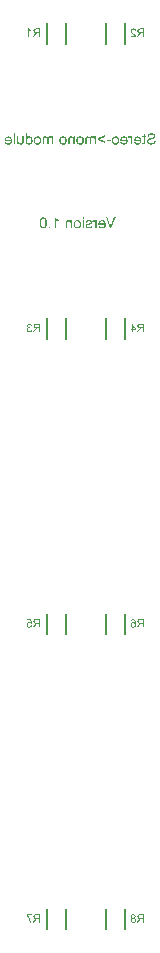
<source format=gbo>
%FSLAX33Y33*%
%MOMM*%
%ADD10C,0.15*%
D10*
%LNbottom silkscreen_traces*%
%LNbottom silkscreen component 6f1e0c6a26414b7d*%
G01*
X9700Y36635D02*
X9700Y38365D01*
X11300Y36635D02*
X11300Y38365D01*
G36*
X12911Y37200D02*
X12911Y37916D01*
X12594Y37916D01*
X12549Y37915D01*
X12509Y37911D01*
X12476Y37905D01*
X12448Y37897D01*
X12424Y37885D01*
X12403Y37870D01*
X12385Y37851D01*
X12369Y37828D01*
X12356Y37803D01*
X12346Y37777D01*
X12341Y37749D01*
X12339Y37721D01*
X12342Y37684D01*
X12351Y37650D01*
X12367Y37620D01*
X12388Y37592D01*
X12416Y37568D01*
X12451Y37549D01*
X12492Y37535D01*
X12516Y37530D01*
X12531Y37607D01*
X12511Y37613D01*
X12494Y37621D01*
X12479Y37631D01*
X12466Y37643D01*
X12455Y37656D01*
X12447Y37671D01*
X12441Y37687D01*
X12438Y37703D01*
X12436Y37721D01*
X12439Y37745D01*
X12446Y37767D01*
X12457Y37787D01*
X12473Y37804D01*
X12494Y37818D01*
X12521Y37829D01*
X12553Y37835D01*
X12590Y37837D01*
X12816Y37837D01*
X12816Y37600D01*
X12816Y37600D01*
X12613Y37600D01*
X12582Y37601D01*
X12555Y37603D01*
X12531Y37607D01*
X12516Y37530D01*
X12540Y37526D01*
X12523Y37517D01*
X12507Y37508D01*
X12494Y37499D01*
X12483Y37490D01*
X12463Y37470D01*
X12443Y37447D01*
X12424Y37422D01*
X12405Y37395D01*
X12280Y37200D01*
X12399Y37200D01*
X12494Y37349D01*
X12514Y37379D01*
X12532Y37406D01*
X12548Y37429D01*
X12562Y37448D01*
X12575Y37463D01*
X12588Y37477D01*
X12600Y37487D01*
X12610Y37495D01*
X12621Y37502D01*
X12632Y37507D01*
X12643Y37511D01*
X12654Y37514D01*
X12663Y37516D01*
X12675Y37517D01*
X12689Y37518D01*
X12706Y37518D01*
X12816Y37518D01*
X12816Y37200D01*
X12911Y37200D01*
X12911Y37200D01*
X11770Y37741D02*
X11857Y37734D01*
X11864Y37758D01*
X11871Y37778D01*
X11880Y37795D01*
X11891Y37809D01*
X11909Y37825D01*
X11930Y37837D01*
X11953Y37844D01*
X11978Y37846D01*
X11999Y37845D01*
X12018Y37841D01*
X12036Y37833D01*
X12052Y37823D01*
X12072Y37806D01*
X12089Y37786D01*
X12105Y37762D01*
X12118Y37735D01*
X12128Y37703D01*
X12136Y37664D01*
X12141Y37620D01*
X12142Y37569D01*
X12096Y37533D01*
X12105Y37521D01*
X12118Y37495D01*
X12126Y37465D01*
X12129Y37432D01*
X12129Y37432D01*
X12128Y37409D01*
X12124Y37387D01*
X12118Y37366D01*
X12110Y37345D01*
X12099Y37326D01*
X12086Y37308D01*
X12072Y37294D01*
X12056Y37282D01*
X12038Y37272D01*
X12020Y37265D01*
X12002Y37261D01*
X11983Y37260D01*
X11956Y37263D01*
X11931Y37271D01*
X11908Y37285D01*
X11887Y37305D01*
X11870Y37329D01*
X11857Y37358D01*
X11850Y37390D01*
X11847Y37427D01*
X11850Y37462D01*
X11857Y37493D01*
X11869Y37521D01*
X11887Y37544D01*
X11908Y37563D01*
X11931Y37576D01*
X11957Y37584D01*
X11986Y37587D01*
X12015Y37584D01*
X12041Y37576D01*
X12065Y37563D01*
X12087Y37544D01*
X12096Y37533D01*
X12142Y37569D01*
X12126Y37592D01*
X12107Y37611D01*
X12087Y37628D01*
X12065Y37641D01*
X12042Y37651D01*
X12018Y37658D01*
X11994Y37663D01*
X11969Y37664D01*
X11926Y37660D01*
X11887Y37648D01*
X11851Y37628D01*
X11819Y37600D01*
X11792Y37565D01*
X11773Y37526D01*
X11761Y37481D01*
X11757Y37432D01*
X11759Y37399D01*
X11764Y37367D01*
X11774Y37337D01*
X11786Y37307D01*
X11802Y37280D01*
X11821Y37256D01*
X11842Y37236D01*
X11866Y37219D01*
X11892Y37205D01*
X11920Y37195D01*
X11950Y37190D01*
X11981Y37188D01*
X12034Y37193D01*
X12081Y37208D01*
X12123Y37233D01*
X12161Y37269D01*
X12191Y37316D01*
X12213Y37376D01*
X12226Y37449D01*
X12230Y37535D01*
X12225Y37632D01*
X12211Y37714D01*
X12187Y37783D01*
X12153Y37837D01*
X12117Y37873D01*
X12075Y37898D01*
X12027Y37914D01*
X11973Y37919D01*
X11933Y37916D01*
X11896Y37907D01*
X11863Y37892D01*
X11835Y37871D01*
X11810Y37845D01*
X11791Y37815D01*
X11778Y37780D01*
X11770Y37741D01*
X11770Y37741D01*
G37*
%LNbottom silkscreen component bc51556ce41564e0*%
X4700Y61635D02*
X4700Y63365D01*
X6300Y61635D02*
X6300Y63365D01*
G36*
X4111Y62200D02*
X4111Y62916D01*
X3794Y62916D01*
X3749Y62915D01*
X3709Y62911D01*
X3676Y62905D01*
X3648Y62897D01*
X3624Y62885D01*
X3603Y62870D01*
X3585Y62851D01*
X3569Y62828D01*
X3556Y62803D01*
X3546Y62777D01*
X3541Y62749D01*
X3539Y62721D01*
X3542Y62684D01*
X3551Y62650D01*
X3567Y62620D01*
X3588Y62592D01*
X3616Y62568D01*
X3651Y62549D01*
X3692Y62535D01*
X3716Y62530D01*
X3731Y62607D01*
X3711Y62613D01*
X3694Y62621D01*
X3679Y62631D01*
X3666Y62643D01*
X3655Y62656D01*
X3647Y62671D01*
X3641Y62687D01*
X3638Y62703D01*
X3636Y62721D01*
X3639Y62745D01*
X3646Y62767D01*
X3657Y62787D01*
X3673Y62804D01*
X3694Y62818D01*
X3721Y62829D01*
X3753Y62835D01*
X3790Y62837D01*
X4016Y62837D01*
X4016Y62600D01*
X4016Y62600D01*
X3813Y62600D01*
X3782Y62601D01*
X3755Y62603D01*
X3731Y62607D01*
X3716Y62530D01*
X3740Y62526D01*
X3723Y62517D01*
X3707Y62508D01*
X3694Y62499D01*
X3683Y62490D01*
X3663Y62470D01*
X3643Y62447D01*
X3624Y62422D01*
X3605Y62395D01*
X3480Y62200D01*
X3599Y62200D01*
X3694Y62349D01*
X3714Y62379D01*
X3732Y62406D01*
X3748Y62429D01*
X3762Y62448D01*
X3775Y62463D01*
X3788Y62477D01*
X3800Y62487D01*
X3810Y62495D01*
X3821Y62502D01*
X3832Y62507D01*
X3843Y62511D01*
X3854Y62514D01*
X3863Y62516D01*
X3875Y62517D01*
X3889Y62518D01*
X3906Y62518D01*
X4016Y62518D01*
X4016Y62200D01*
X4111Y62200D01*
X4111Y62200D01*
X3425Y62389D02*
X3338Y62401D01*
X3329Y62366D01*
X3317Y62336D01*
X3303Y62312D01*
X3286Y62293D01*
X3267Y62279D01*
X3246Y62268D01*
X3223Y62262D01*
X3197Y62260D01*
X3168Y62263D01*
X3140Y62271D01*
X3115Y62284D01*
X3093Y62303D01*
X3074Y62326D01*
X3061Y62351D01*
X3053Y62379D01*
X3050Y62409D01*
X3052Y62438D01*
X3060Y62465D01*
X3072Y62488D01*
X3090Y62509D01*
X3111Y62527D01*
X3134Y62539D01*
X3161Y62546D01*
X3190Y62549D01*
X3203Y62548D01*
X3218Y62546D01*
X3234Y62543D01*
X3252Y62539D01*
X3242Y62616D01*
X3238Y62616D01*
X3234Y62615D01*
X3231Y62615D01*
X3228Y62615D01*
X3201Y62617D01*
X3175Y62622D01*
X3150Y62632D01*
X3127Y62644D01*
X3107Y62661D01*
X3093Y62682D01*
X3085Y62706D01*
X3082Y62735D01*
X3084Y62758D01*
X3090Y62779D01*
X3101Y62798D01*
X3115Y62815D01*
X3132Y62829D01*
X3152Y62839D01*
X3175Y62844D01*
X3199Y62846D01*
X3224Y62844D01*
X3246Y62838D01*
X3267Y62828D01*
X3285Y62814D01*
X3300Y62796D01*
X3313Y62774D01*
X3322Y62748D01*
X3329Y62718D01*
X3417Y62733D01*
X3406Y62775D01*
X3390Y62812D01*
X3369Y62843D01*
X3343Y62870D01*
X3313Y62891D01*
X3279Y62907D01*
X3242Y62916D01*
X3201Y62919D01*
X3173Y62917D01*
X3145Y62912D01*
X3119Y62905D01*
X3093Y62894D01*
X3070Y62880D01*
X3050Y62864D01*
X3033Y62846D01*
X3018Y62825D01*
X3007Y62803D01*
X2998Y62780D01*
X2994Y62757D01*
X2992Y62733D01*
X2993Y62710D01*
X2998Y62688D01*
X3006Y62668D01*
X3017Y62648D01*
X3031Y62630D01*
X3048Y62614D01*
X3068Y62600D01*
X3091Y62588D01*
X3061Y62578D01*
X3034Y62565D01*
X3011Y62548D01*
X2992Y62527D01*
X2977Y62502D01*
X2966Y62475D01*
X2959Y62445D01*
X2957Y62411D01*
X2961Y62366D01*
X2974Y62325D01*
X2995Y62287D01*
X3025Y62252D01*
X3062Y62224D01*
X3102Y62204D01*
X3148Y62191D01*
X3198Y62187D01*
X3243Y62191D01*
X3284Y62201D01*
X3321Y62219D01*
X3354Y62243D01*
X3382Y62274D01*
X3403Y62308D01*
X3418Y62346D01*
X3425Y62389D01*
X3425Y62389D01*
G37*
%LNbottom silkscreen component 7abbdc99b1714215*%
X9700Y11635D02*
X9700Y13365D01*
X11300Y11635D02*
X11300Y13365D01*
G36*
X12911Y12200D02*
X12911Y12916D01*
X12594Y12916D01*
X12549Y12915D01*
X12509Y12911D01*
X12476Y12905D01*
X12448Y12897D01*
X12424Y12885D01*
X12403Y12870D01*
X12385Y12851D01*
X12369Y12828D01*
X12356Y12803D01*
X12346Y12777D01*
X12341Y12749D01*
X12339Y12721D01*
X12342Y12684D01*
X12351Y12650D01*
X12367Y12620D01*
X12388Y12592D01*
X12416Y12568D01*
X12451Y12549D01*
X12492Y12535D01*
X12516Y12530D01*
X12531Y12607D01*
X12511Y12613D01*
X12494Y12621D01*
X12479Y12631D01*
X12466Y12643D01*
X12455Y12656D01*
X12447Y12671D01*
X12441Y12687D01*
X12438Y12703D01*
X12436Y12721D01*
X12439Y12745D01*
X12446Y12767D01*
X12457Y12787D01*
X12473Y12804D01*
X12494Y12818D01*
X12521Y12829D01*
X12553Y12835D01*
X12590Y12837D01*
X12816Y12837D01*
X12816Y12600D01*
X12816Y12600D01*
X12613Y12600D01*
X12582Y12601D01*
X12555Y12603D01*
X12531Y12607D01*
X12516Y12530D01*
X12540Y12526D01*
X12523Y12517D01*
X12507Y12508D01*
X12494Y12499D01*
X12483Y12490D01*
X12463Y12470D01*
X12443Y12447D01*
X12424Y12422D01*
X12405Y12395D01*
X12280Y12200D01*
X12399Y12200D01*
X12494Y12349D01*
X12514Y12379D01*
X12532Y12406D01*
X12548Y12429D01*
X12562Y12448D01*
X12575Y12463D01*
X12588Y12477D01*
X12600Y12487D01*
X12610Y12495D01*
X12621Y12502D01*
X12632Y12507D01*
X12643Y12511D01*
X12654Y12514D01*
X12663Y12516D01*
X12675Y12517D01*
X12689Y12518D01*
X12706Y12518D01*
X12816Y12518D01*
X12816Y12200D01*
X12911Y12200D01*
X12911Y12200D01*
X12091Y12588D02*
X12062Y12533D01*
X12074Y12527D01*
X12096Y12509D01*
X12114Y12487D01*
X12126Y12463D01*
X12134Y12436D01*
X12137Y12407D01*
X12137Y12407D01*
X12135Y12388D01*
X12132Y12370D01*
X12127Y12352D01*
X12119Y12334D01*
X12109Y12317D01*
X12097Y12303D01*
X12082Y12290D01*
X12066Y12279D01*
X12048Y12271D01*
X12029Y12265D01*
X12010Y12261D01*
X11990Y12260D01*
X11960Y12263D01*
X11933Y12270D01*
X11908Y12283D01*
X11886Y12301D01*
X11868Y12322D01*
X11855Y12347D01*
X11848Y12374D01*
X11845Y12404D01*
X11848Y12434D01*
X11856Y12462D01*
X11869Y12486D01*
X11887Y12509D01*
X11910Y12527D01*
X11935Y12540D01*
X11963Y12548D01*
X11993Y12550D01*
X12023Y12548D01*
X12050Y12540D01*
X12062Y12533D01*
X12091Y12588D01*
X12058Y12640D01*
X12038Y12630D01*
X12016Y12624D01*
X11991Y12622D01*
X11966Y12624D01*
X11944Y12630D01*
X11925Y12640D01*
X11907Y12654D01*
X11893Y12671D01*
X11883Y12689D01*
X11877Y12710D01*
X11875Y12732D01*
X11877Y12755D01*
X11883Y12777D01*
X11894Y12796D01*
X11908Y12814D01*
X11926Y12828D01*
X11946Y12838D01*
X11968Y12844D01*
X11992Y12846D01*
X12016Y12844D01*
X12038Y12838D01*
X12057Y12828D01*
X12075Y12814D01*
X12090Y12797D01*
X12100Y12779D01*
X12106Y12759D01*
X12108Y12737D01*
X12108Y12737D01*
X12106Y12713D01*
X12100Y12691D01*
X12090Y12671D01*
X12076Y12654D01*
X12058Y12640D01*
X12091Y12588D01*
X12116Y12599D01*
X12138Y12612D01*
X12157Y12628D01*
X12172Y12645D01*
X12183Y12665D01*
X12192Y12686D01*
X12196Y12709D01*
X12198Y12734D01*
X12195Y12772D01*
X12184Y12806D01*
X12167Y12837D01*
X12142Y12866D01*
X12112Y12889D01*
X12077Y12905D01*
X12037Y12915D01*
X11993Y12919D01*
X11948Y12915D01*
X11908Y12905D01*
X11873Y12888D01*
X11842Y12864D01*
X11817Y12836D01*
X11799Y12804D01*
X11788Y12769D01*
X11785Y12732D01*
X11786Y12708D01*
X11791Y12685D01*
X11799Y12664D01*
X11811Y12645D01*
X11825Y12628D01*
X11844Y12612D01*
X11865Y12599D01*
X11890Y12588D01*
X11859Y12576D01*
X11832Y12560D01*
X11809Y12541D01*
X11790Y12519D01*
X11775Y12494D01*
X11764Y12466D01*
X11757Y12437D01*
X11755Y12405D01*
X11759Y12361D01*
X11771Y12320D01*
X11792Y12283D01*
X11820Y12250D01*
X11855Y12223D01*
X11895Y12203D01*
X11941Y12192D01*
X11991Y12188D01*
X12042Y12192D01*
X12087Y12203D01*
X12127Y12223D01*
X12162Y12251D01*
X12190Y12284D01*
X12211Y12321D01*
X12223Y12362D01*
X12227Y12407D01*
X12225Y12441D01*
X12218Y12471D01*
X12207Y12499D01*
X12192Y12524D01*
X12172Y12546D01*
X12149Y12564D01*
X12122Y12578D01*
X12091Y12588D01*
X12091Y12588D01*
G37*
%LNbottom silkscreen component 5e411d710d0bee9a*%
X9700Y61635D02*
X9700Y63365D01*
X11300Y61635D02*
X11300Y63365D01*
G36*
X12911Y62200D02*
X12911Y62916D01*
X12594Y62916D01*
X12549Y62915D01*
X12509Y62911D01*
X12476Y62905D01*
X12448Y62897D01*
X12424Y62885D01*
X12403Y62870D01*
X12385Y62851D01*
X12369Y62828D01*
X12356Y62803D01*
X12346Y62777D01*
X12341Y62749D01*
X12339Y62721D01*
X12342Y62684D01*
X12351Y62650D01*
X12367Y62620D01*
X12388Y62592D01*
X12416Y62568D01*
X12451Y62549D01*
X12492Y62535D01*
X12516Y62530D01*
X12531Y62607D01*
X12511Y62613D01*
X12494Y62621D01*
X12479Y62631D01*
X12466Y62643D01*
X12455Y62656D01*
X12447Y62671D01*
X12441Y62687D01*
X12438Y62703D01*
X12436Y62721D01*
X12439Y62745D01*
X12446Y62767D01*
X12457Y62787D01*
X12473Y62804D01*
X12494Y62818D01*
X12521Y62829D01*
X12553Y62835D01*
X12590Y62837D01*
X12816Y62837D01*
X12816Y62600D01*
X12816Y62600D01*
X12613Y62600D01*
X12582Y62601D01*
X12555Y62603D01*
X12531Y62607D01*
X12516Y62530D01*
X12540Y62526D01*
X12523Y62517D01*
X12507Y62508D01*
X12494Y62499D01*
X12483Y62490D01*
X12463Y62470D01*
X12443Y62447D01*
X12424Y62422D01*
X12405Y62395D01*
X12280Y62200D01*
X12399Y62200D01*
X12494Y62349D01*
X12514Y62379D01*
X12532Y62406D01*
X12548Y62429D01*
X12562Y62448D01*
X12575Y62463D01*
X12588Y62477D01*
X12600Y62487D01*
X12610Y62495D01*
X12621Y62502D01*
X12632Y62507D01*
X12643Y62511D01*
X12654Y62514D01*
X12663Y62516D01*
X12675Y62517D01*
X12689Y62518D01*
X12706Y62518D01*
X12816Y62518D01*
X12816Y62200D01*
X12911Y62200D01*
X12911Y62200D01*
X11944Y62200D02*
X11944Y62371D01*
X12255Y62371D01*
X12255Y62452D01*
X12000Y62814D01*
X11944Y62775D01*
X12168Y62452D01*
X11944Y62452D01*
X11944Y62452D01*
X11944Y62775D01*
X12000Y62814D01*
X11928Y62916D01*
X11856Y62916D01*
X11856Y62452D01*
X11760Y62452D01*
X11760Y62371D01*
X11856Y62371D01*
X11856Y62200D01*
X11944Y62200D01*
X11944Y62200D01*
G37*
%LNbottom silkscreen component 0dfe2a07031751d2*%
X9700Y86635D02*
X9700Y88365D01*
X11300Y86635D02*
X11300Y88365D01*
G36*
X12911Y87200D02*
X12911Y87916D01*
X12594Y87916D01*
X12549Y87915D01*
X12509Y87911D01*
X12476Y87905D01*
X12448Y87897D01*
X12424Y87885D01*
X12403Y87870D01*
X12385Y87851D01*
X12369Y87828D01*
X12356Y87803D01*
X12346Y87777D01*
X12341Y87749D01*
X12339Y87721D01*
X12342Y87684D01*
X12351Y87650D01*
X12367Y87620D01*
X12388Y87592D01*
X12416Y87568D01*
X12451Y87549D01*
X12492Y87535D01*
X12516Y87530D01*
X12531Y87607D01*
X12511Y87613D01*
X12494Y87621D01*
X12479Y87631D01*
X12466Y87643D01*
X12455Y87656D01*
X12447Y87671D01*
X12441Y87687D01*
X12438Y87703D01*
X12436Y87721D01*
X12439Y87745D01*
X12446Y87767D01*
X12457Y87787D01*
X12473Y87804D01*
X12494Y87818D01*
X12521Y87829D01*
X12553Y87835D01*
X12590Y87837D01*
X12816Y87837D01*
X12816Y87600D01*
X12816Y87600D01*
X12613Y87600D01*
X12582Y87601D01*
X12555Y87603D01*
X12531Y87607D01*
X12516Y87530D01*
X12540Y87526D01*
X12523Y87517D01*
X12507Y87508D01*
X12494Y87499D01*
X12483Y87490D01*
X12463Y87470D01*
X12443Y87447D01*
X12424Y87422D01*
X12405Y87395D01*
X12280Y87200D01*
X12399Y87200D01*
X12494Y87349D01*
X12514Y87379D01*
X12532Y87406D01*
X12548Y87429D01*
X12562Y87448D01*
X12575Y87463D01*
X12588Y87477D01*
X12600Y87487D01*
X12610Y87495D01*
X12621Y87502D01*
X12632Y87507D01*
X12643Y87511D01*
X12654Y87514D01*
X12663Y87516D01*
X12675Y87517D01*
X12689Y87518D01*
X12706Y87518D01*
X12816Y87518D01*
X12816Y87200D01*
X12911Y87200D01*
X12911Y87200D01*
X11764Y87284D02*
X11764Y87200D01*
X12237Y87200D01*
X12237Y87216D01*
X12235Y87231D01*
X12232Y87246D01*
X12227Y87261D01*
X12217Y87285D01*
X12203Y87309D01*
X12188Y87333D01*
X12169Y87356D01*
X12147Y87381D01*
X12120Y87407D01*
X12089Y87435D01*
X12054Y87465D01*
X12000Y87510D01*
X11956Y87550D01*
X11922Y87586D01*
X11896Y87616D01*
X11878Y87644D01*
X11866Y87671D01*
X11858Y87697D01*
X11855Y87722D01*
X11858Y87747D01*
X11865Y87770D01*
X11876Y87791D01*
X11893Y87810D01*
X11913Y87826D01*
X11936Y87837D01*
X11962Y87844D01*
X11990Y87846D01*
X12020Y87844D01*
X12047Y87836D01*
X12071Y87825D01*
X12092Y87808D01*
X12108Y87787D01*
X12120Y87762D01*
X12128Y87734D01*
X12130Y87702D01*
X12221Y87712D01*
X12213Y87759D01*
X12198Y87801D01*
X12178Y87836D01*
X12151Y87866D01*
X12118Y87889D01*
X12080Y87906D01*
X12037Y87915D01*
X11988Y87919D01*
X11939Y87915D01*
X11896Y87904D01*
X11858Y87887D01*
X11825Y87862D01*
X11799Y87831D01*
X11780Y87798D01*
X11769Y87761D01*
X11765Y87720D01*
X11766Y87699D01*
X11769Y87677D01*
X11775Y87656D01*
X11783Y87636D01*
X11793Y87615D01*
X11806Y87593D01*
X11822Y87571D01*
X11841Y87548D01*
X11865Y87523D01*
X11895Y87494D01*
X11932Y87460D01*
X11976Y87422D01*
X12012Y87392D01*
X12041Y87366D01*
X12063Y87347D01*
X12078Y87332D01*
X12089Y87320D01*
X12099Y87308D01*
X12107Y87296D01*
X12115Y87284D01*
X11764Y87284D01*
X11764Y87284D01*
G37*
%LNbottom silkscreen component ce23236c6142b4f9*%
X4700Y11635D02*
X4700Y13365D01*
X6300Y11635D02*
X6300Y13365D01*
G36*
X4111Y12200D02*
X4111Y12916D01*
X3794Y12916D01*
X3749Y12915D01*
X3709Y12911D01*
X3676Y12905D01*
X3648Y12897D01*
X3624Y12885D01*
X3603Y12870D01*
X3585Y12851D01*
X3569Y12828D01*
X3556Y12803D01*
X3546Y12777D01*
X3541Y12749D01*
X3539Y12721D01*
X3542Y12684D01*
X3551Y12650D01*
X3567Y12620D01*
X3588Y12592D01*
X3616Y12568D01*
X3651Y12549D01*
X3692Y12535D01*
X3716Y12530D01*
X3731Y12607D01*
X3711Y12613D01*
X3694Y12621D01*
X3679Y12631D01*
X3666Y12643D01*
X3655Y12656D01*
X3647Y12671D01*
X3641Y12687D01*
X3638Y12703D01*
X3636Y12721D01*
X3639Y12745D01*
X3646Y12767D01*
X3657Y12787D01*
X3673Y12804D01*
X3694Y12818D01*
X3721Y12829D01*
X3753Y12835D01*
X3790Y12837D01*
X4016Y12837D01*
X4016Y12600D01*
X4016Y12600D01*
X3813Y12600D01*
X3782Y12601D01*
X3755Y12603D01*
X3731Y12607D01*
X3716Y12530D01*
X3740Y12526D01*
X3723Y12517D01*
X3707Y12508D01*
X3694Y12499D01*
X3683Y12490D01*
X3663Y12470D01*
X3643Y12447D01*
X3624Y12422D01*
X3605Y12395D01*
X3480Y12200D01*
X3599Y12200D01*
X3694Y12349D01*
X3714Y12379D01*
X3732Y12406D01*
X3748Y12429D01*
X3762Y12448D01*
X3775Y12463D01*
X3788Y12477D01*
X3800Y12487D01*
X3810Y12495D01*
X3821Y12502D01*
X3832Y12507D01*
X3843Y12511D01*
X3854Y12514D01*
X3863Y12516D01*
X3875Y12517D01*
X3889Y12518D01*
X3906Y12518D01*
X4016Y12518D01*
X4016Y12200D01*
X4111Y12200D01*
X4111Y12200D01*
X3420Y12822D02*
X3420Y12907D01*
X2957Y12907D01*
X2957Y12838D01*
X2991Y12799D01*
X3025Y12753D01*
X3059Y12702D01*
X3092Y12645D01*
X3124Y12584D01*
X3152Y12523D01*
X3176Y12460D01*
X3196Y12397D01*
X3208Y12351D01*
X3218Y12303D01*
X3225Y12252D01*
X3230Y12200D01*
X3320Y12200D01*
X3317Y12244D01*
X3311Y12293D01*
X3301Y12346D01*
X3287Y12404D01*
X3269Y12463D01*
X3248Y12522D01*
X3224Y12579D01*
X3196Y12635D01*
X3166Y12688D01*
X3135Y12737D01*
X3102Y12782D01*
X3070Y12822D01*
X3420Y12822D01*
X3420Y12822D01*
G37*
%LNbottom silkscreen component eb79b2d2ed9a7b07*%
X4700Y36635D02*
X4700Y38365D01*
X6300Y36635D02*
X6300Y38365D01*
G36*
X4111Y37200D02*
X4111Y37916D01*
X3794Y37916D01*
X3749Y37915D01*
X3709Y37911D01*
X3676Y37905D01*
X3648Y37897D01*
X3624Y37885D01*
X3603Y37870D01*
X3585Y37851D01*
X3569Y37828D01*
X3556Y37803D01*
X3546Y37777D01*
X3541Y37749D01*
X3539Y37721D01*
X3542Y37684D01*
X3551Y37650D01*
X3567Y37620D01*
X3588Y37592D01*
X3616Y37568D01*
X3651Y37549D01*
X3692Y37535D01*
X3716Y37530D01*
X3731Y37607D01*
X3711Y37613D01*
X3694Y37621D01*
X3679Y37631D01*
X3666Y37643D01*
X3655Y37656D01*
X3647Y37671D01*
X3641Y37687D01*
X3638Y37703D01*
X3636Y37721D01*
X3639Y37745D01*
X3646Y37767D01*
X3657Y37787D01*
X3673Y37804D01*
X3694Y37818D01*
X3721Y37829D01*
X3753Y37835D01*
X3790Y37837D01*
X4016Y37837D01*
X4016Y37600D01*
X4016Y37600D01*
X3813Y37600D01*
X3782Y37601D01*
X3755Y37603D01*
X3731Y37607D01*
X3716Y37530D01*
X3740Y37526D01*
X3723Y37517D01*
X3707Y37508D01*
X3694Y37499D01*
X3683Y37490D01*
X3663Y37470D01*
X3643Y37447D01*
X3624Y37422D01*
X3605Y37395D01*
X3480Y37200D01*
X3599Y37200D01*
X3694Y37349D01*
X3714Y37379D01*
X3732Y37406D01*
X3748Y37429D01*
X3762Y37448D01*
X3775Y37463D01*
X3788Y37477D01*
X3800Y37487D01*
X3810Y37495D01*
X3821Y37502D01*
X3832Y37507D01*
X3843Y37511D01*
X3854Y37514D01*
X3863Y37516D01*
X3875Y37517D01*
X3889Y37518D01*
X3906Y37518D01*
X4016Y37518D01*
X4016Y37200D01*
X4111Y37200D01*
X4111Y37200D01*
X3426Y37388D02*
X3334Y37395D01*
X3327Y37364D01*
X3317Y37336D01*
X3303Y37313D01*
X3286Y37294D01*
X3266Y37279D01*
X3245Y37269D01*
X3221Y37262D01*
X3196Y37260D01*
X3165Y37263D01*
X3137Y37272D01*
X3112Y37287D01*
X3089Y37308D01*
X3069Y37334D01*
X3056Y37364D01*
X3047Y37397D01*
X3045Y37435D01*
X3047Y37470D01*
X3055Y37502D01*
X3068Y37530D01*
X3087Y37554D01*
X3110Y37573D01*
X3136Y37586D01*
X3165Y37594D01*
X3197Y37597D01*
X3218Y37596D01*
X3238Y37592D01*
X3257Y37586D01*
X3274Y37578D01*
X3290Y37567D01*
X3305Y37556D01*
X3317Y37542D01*
X3328Y37528D01*
X3410Y37538D01*
X3341Y37906D01*
X2985Y37906D01*
X2985Y37822D01*
X3271Y37822D01*
X3309Y37630D01*
X3277Y37649D01*
X3243Y37663D01*
X3209Y37672D01*
X3174Y37675D01*
X3129Y37671D01*
X3088Y37658D01*
X3050Y37638D01*
X3016Y37610D01*
X2988Y37575D01*
X2967Y37535D01*
X2955Y37491D01*
X2951Y37443D01*
X2955Y37396D01*
X2966Y37352D01*
X2983Y37312D01*
X3008Y37275D01*
X3046Y37237D01*
X3089Y37210D01*
X3140Y37193D01*
X3196Y37188D01*
X3243Y37191D01*
X3285Y37201D01*
X3322Y37219D01*
X3355Y37242D01*
X3383Y37272D01*
X3404Y37306D01*
X3418Y37345D01*
X3426Y37388D01*
X3426Y37388D01*
G37*
%LNbottom silkscreen component 6d7f68b2cb7460d9*%
X4700Y86635D02*
X4700Y88365D01*
X6300Y86635D02*
X6300Y88365D01*
G36*
X4111Y87200D02*
X4111Y87916D01*
X3794Y87916D01*
X3749Y87915D01*
X3709Y87911D01*
X3676Y87905D01*
X3648Y87897D01*
X3624Y87885D01*
X3603Y87870D01*
X3585Y87851D01*
X3569Y87828D01*
X3556Y87803D01*
X3546Y87777D01*
X3541Y87749D01*
X3539Y87721D01*
X3542Y87684D01*
X3551Y87650D01*
X3567Y87620D01*
X3588Y87592D01*
X3616Y87568D01*
X3651Y87549D01*
X3692Y87535D01*
X3716Y87530D01*
X3731Y87607D01*
X3711Y87613D01*
X3694Y87621D01*
X3679Y87631D01*
X3666Y87643D01*
X3655Y87656D01*
X3647Y87671D01*
X3641Y87687D01*
X3638Y87703D01*
X3636Y87721D01*
X3639Y87745D01*
X3646Y87767D01*
X3657Y87787D01*
X3673Y87804D01*
X3694Y87818D01*
X3721Y87829D01*
X3753Y87835D01*
X3790Y87837D01*
X4016Y87837D01*
X4016Y87600D01*
X4016Y87600D01*
X3813Y87600D01*
X3782Y87601D01*
X3755Y87603D01*
X3731Y87607D01*
X3716Y87530D01*
X3740Y87526D01*
X3723Y87517D01*
X3707Y87508D01*
X3694Y87499D01*
X3683Y87490D01*
X3663Y87470D01*
X3643Y87447D01*
X3624Y87422D01*
X3605Y87395D01*
X3480Y87200D01*
X3599Y87200D01*
X3694Y87349D01*
X3714Y87379D01*
X3732Y87406D01*
X3748Y87429D01*
X3762Y87448D01*
X3775Y87463D01*
X3788Y87477D01*
X3800Y87487D01*
X3810Y87495D01*
X3821Y87502D01*
X3832Y87507D01*
X3843Y87511D01*
X3854Y87514D01*
X3863Y87516D01*
X3875Y87517D01*
X3889Y87518D01*
X3906Y87518D01*
X4016Y87518D01*
X4016Y87200D01*
X4111Y87200D01*
X4111Y87200D01*
X3095Y87200D02*
X3183Y87200D01*
X3183Y87760D01*
X3200Y87745D01*
X3219Y87730D01*
X3242Y87715D01*
X3266Y87700D01*
X3291Y87685D01*
X3315Y87673D01*
X3337Y87663D01*
X3359Y87654D01*
X3359Y87739D01*
X3323Y87757D01*
X3289Y87777D01*
X3258Y87799D01*
X3230Y87823D01*
X3204Y87848D01*
X3183Y87872D01*
X3165Y87895D01*
X3152Y87919D01*
X3095Y87919D01*
X3095Y87200D01*
X3095Y87200D01*
G37*
%LNtext*%
G36*
X13891Y78399D02*
X13775Y78409D01*
X13770Y78376D01*
X13761Y78346D01*
X13750Y78318D01*
X13737Y78295D01*
X13719Y78273D01*
X13698Y78254D01*
X13673Y78237D01*
X13643Y78222D01*
X13610Y78210D01*
X13576Y78201D01*
X13539Y78196D01*
X13500Y78195D01*
X13466Y78196D01*
X13434Y78200D01*
X13404Y78206D01*
X13376Y78216D01*
X13351Y78227D01*
X13329Y78240D01*
X13310Y78256D01*
X13295Y78273D01*
X13284Y78292D01*
X13276Y78311D01*
X13271Y78331D01*
X13269Y78353D01*
X13271Y78374D01*
X13275Y78394D01*
X13283Y78412D01*
X13295Y78429D01*
X13309Y78445D01*
X13328Y78459D01*
X13351Y78472D01*
X13378Y78484D01*
X13403Y78492D01*
X13438Y78503D01*
X13486Y78515D01*
X13544Y78529D01*
X13603Y78545D01*
X13653Y78559D01*
X13693Y78574D01*
X13724Y78588D01*
X13755Y78606D01*
X13782Y78627D01*
X13804Y78649D01*
X13823Y78674D01*
X13837Y78701D01*
X13847Y78729D01*
X13854Y78759D01*
X13856Y78790D01*
X13853Y78825D01*
X13846Y78858D01*
X13833Y78891D01*
X13816Y78922D01*
X13793Y78950D01*
X13766Y78976D01*
X13735Y78997D01*
X13699Y79015D01*
X13659Y79029D01*
X13618Y79038D01*
X13574Y79044D01*
X13528Y79046D01*
X13478Y79044D01*
X13431Y79038D01*
X13387Y79028D01*
X13346Y79013D01*
X13308Y78994D01*
X13276Y78972D01*
X13248Y78945D01*
X13224Y78915D01*
X13205Y78882D01*
X13191Y78846D01*
X13182Y78808D01*
X13178Y78768D01*
X13296Y78760D01*
X13304Y78801D01*
X13317Y78837D01*
X13336Y78868D01*
X13361Y78893D01*
X13392Y78913D01*
X13429Y78927D01*
X13473Y78935D01*
X13523Y78938D01*
X13575Y78935D01*
X13620Y78928D01*
X13656Y78915D01*
X13686Y78897D01*
X13708Y78875D01*
X13724Y78852D01*
X13734Y78826D01*
X13737Y78798D01*
X13735Y78774D01*
X13728Y78753D01*
X13717Y78733D01*
X13701Y78716D01*
X13676Y78699D01*
X13637Y78683D01*
X13583Y78666D01*
X13515Y78649D01*
X13446Y78633D01*
X13389Y78618D01*
X13343Y78603D01*
X13309Y78590D01*
X13271Y78570D01*
X13238Y78548D01*
X13211Y78523D01*
X13189Y78495D01*
X13172Y78465D01*
X13160Y78433D01*
X13153Y78399D01*
X13150Y78363D01*
X13153Y78326D01*
X13161Y78291D01*
X13174Y78256D01*
X13193Y78223D01*
X13217Y78192D01*
X13245Y78164D01*
X13278Y78141D01*
X13315Y78121D01*
X13356Y78105D01*
X13400Y78093D01*
X13446Y78086D01*
X13494Y78084D01*
X13555Y78086D01*
X13611Y78093D01*
X13661Y78105D01*
X13706Y78121D01*
X13747Y78142D01*
X13782Y78167D01*
X13814Y78197D01*
X13840Y78232D01*
X13861Y78270D01*
X13877Y78311D01*
X13887Y78354D01*
X13891Y78399D01*
X13891Y78399D01*
X12747Y78202D02*
X12731Y78101D01*
X12754Y78097D01*
X12777Y78094D01*
X12797Y78092D01*
X12817Y78091D01*
X12846Y78092D01*
X12872Y78096D01*
X12895Y78102D01*
X12914Y78111D01*
X12929Y78121D01*
X12943Y78134D01*
X12954Y78147D01*
X12962Y78163D01*
X12968Y78183D01*
X12972Y78212D01*
X12975Y78250D01*
X12976Y78297D01*
X12976Y78685D01*
X13060Y78685D01*
X13060Y78774D01*
X12976Y78774D01*
X12976Y78941D01*
X12862Y79010D01*
X12862Y78774D01*
X12747Y78774D01*
X12747Y78685D01*
X12862Y78685D01*
X12862Y78291D01*
X12862Y78269D01*
X12861Y78251D01*
X12859Y78237D01*
X12856Y78228D01*
X12853Y78222D01*
X12848Y78216D01*
X12843Y78210D01*
X12836Y78206D01*
X12829Y78202D01*
X12820Y78200D01*
X12809Y78198D01*
X12797Y78198D01*
X12787Y78198D01*
X12775Y78199D01*
X12762Y78200D01*
X12747Y78202D01*
X12747Y78202D01*
X12174Y78317D02*
X12056Y78302D01*
X12073Y78254D01*
X12096Y78211D01*
X12125Y78173D01*
X12160Y78142D01*
X12200Y78117D01*
X12246Y78099D01*
X12296Y78088D01*
X12352Y78085D01*
X12423Y78090D01*
X12485Y78108D01*
X12540Y78136D01*
X12587Y78176D01*
X12625Y78226D01*
X12652Y78285D01*
X12668Y78354D01*
X12674Y78431D01*
X12668Y78512D01*
X12652Y78582D01*
X12624Y78644D01*
X12586Y78695D01*
X12539Y78737D01*
X12485Y78766D01*
X12425Y78783D01*
X12359Y78789D01*
X12349Y78789D01*
X12358Y78695D01*
X12395Y78692D01*
X12430Y78682D01*
X12462Y78666D01*
X12490Y78643D01*
X12514Y78614D01*
X12532Y78581D01*
X12543Y78544D01*
X12549Y78502D01*
X12549Y78502D01*
X12173Y78502D01*
X12178Y78542D01*
X12187Y78576D01*
X12200Y78605D01*
X12216Y78629D01*
X12245Y78658D01*
X12279Y78679D01*
X12316Y78691D01*
X12358Y78695D01*
X12349Y78789D01*
X12294Y78784D01*
X12236Y78766D01*
X12184Y78738D01*
X12138Y78697D01*
X12100Y78647D01*
X12074Y78587D01*
X12058Y78517D01*
X12052Y78438D01*
X12052Y78433D01*
X12052Y78426D01*
X12053Y78417D01*
X12053Y78408D01*
X12556Y78408D01*
X12549Y78356D01*
X12537Y78310D01*
X12518Y78271D01*
X12493Y78238D01*
X12463Y78212D01*
X12429Y78193D01*
X12392Y78182D01*
X12352Y78179D01*
X12322Y78181D01*
X12294Y78187D01*
X12268Y78197D01*
X12245Y78212D01*
X12224Y78231D01*
X12205Y78255D01*
X12188Y78283D01*
X12174Y78317D01*
X12174Y78317D01*
X11914Y78100D02*
X11914Y78774D01*
X11811Y78774D01*
X11811Y78672D01*
X11792Y78705D01*
X11773Y78731D01*
X11755Y78752D01*
X11738Y78767D01*
X11721Y78776D01*
X11703Y78784D01*
X11685Y78788D01*
X11665Y78789D01*
X11636Y78787D01*
X11607Y78780D01*
X11577Y78769D01*
X11548Y78753D01*
X11587Y78647D01*
X11608Y78657D01*
X11629Y78665D01*
X11650Y78670D01*
X11671Y78671D01*
X11689Y78670D01*
X11706Y78666D01*
X11723Y78659D01*
X11738Y78649D01*
X11752Y78636D01*
X11764Y78622D01*
X11773Y78605D01*
X11781Y78586D01*
X11789Y78555D01*
X11795Y78522D01*
X11798Y78488D01*
X11800Y78453D01*
X11800Y78100D01*
X11914Y78100D01*
X11914Y78100D01*
X11018Y78317D02*
X10900Y78302D01*
X10917Y78254D01*
X10940Y78211D01*
X10969Y78173D01*
X11004Y78142D01*
X11044Y78117D01*
X11090Y78099D01*
X11141Y78088D01*
X11197Y78085D01*
X11267Y78090D01*
X11329Y78108D01*
X11384Y78136D01*
X11431Y78176D01*
X11469Y78226D01*
X11496Y78285D01*
X11512Y78354D01*
X11518Y78431D01*
X11512Y78512D01*
X11496Y78582D01*
X11469Y78644D01*
X11430Y78695D01*
X11383Y78737D01*
X11330Y78766D01*
X11270Y78783D01*
X11203Y78789D01*
X11193Y78789D01*
X11202Y78695D01*
X11239Y78692D01*
X11274Y78682D01*
X11306Y78666D01*
X11334Y78643D01*
X11358Y78614D01*
X11376Y78581D01*
X11388Y78544D01*
X11393Y78502D01*
X11393Y78502D01*
X11017Y78502D01*
X11023Y78542D01*
X11032Y78576D01*
X11044Y78605D01*
X11060Y78629D01*
X11089Y78658D01*
X11123Y78679D01*
X11160Y78691D01*
X11202Y78695D01*
X11193Y78789D01*
X11138Y78784D01*
X11080Y78766D01*
X11028Y78738D01*
X10982Y78697D01*
X10945Y78647D01*
X10918Y78587D01*
X10902Y78517D01*
X10896Y78438D01*
X10896Y78433D01*
X10897Y78426D01*
X10897Y78417D01*
X10897Y78408D01*
X11400Y78408D01*
X11393Y78356D01*
X11381Y78310D01*
X11362Y78271D01*
X11337Y78238D01*
X11307Y78212D01*
X11273Y78193D01*
X11236Y78182D01*
X11196Y78179D01*
X11166Y78181D01*
X11138Y78187D01*
X11112Y78197D01*
X11089Y78212D01*
X11068Y78231D01*
X11049Y78255D01*
X11032Y78283D01*
X11018Y78317D01*
X11018Y78317D01*
X10799Y78437D02*
X10793Y78525D01*
X10773Y78600D01*
X10741Y78663D01*
X10695Y78714D01*
X10649Y78747D01*
X10599Y78771D01*
X10543Y78785D01*
X10483Y78789D01*
X10417Y78784D01*
X10357Y78767D01*
X10303Y78738D01*
X10256Y78698D01*
X10217Y78648D01*
X10190Y78590D01*
X10173Y78523D01*
X10168Y78447D01*
X10170Y78385D01*
X10177Y78330D01*
X10190Y78283D01*
X10207Y78242D01*
X10228Y78207D01*
X10255Y78176D01*
X10285Y78149D01*
X10320Y78126D01*
X10358Y78108D01*
X10398Y78095D01*
X10440Y78087D01*
X10483Y78085D01*
X10491Y78085D01*
X10483Y78179D01*
X10442Y78183D01*
X10405Y78195D01*
X10372Y78215D01*
X10342Y78243D01*
X10317Y78280D01*
X10299Y78325D01*
X10289Y78379D01*
X10285Y78441D01*
X10289Y78500D01*
X10299Y78551D01*
X10317Y78594D01*
X10342Y78630D01*
X10372Y78659D01*
X10406Y78679D01*
X10443Y78691D01*
X10483Y78695D01*
X10524Y78691D01*
X10562Y78679D01*
X10595Y78659D01*
X10625Y78631D01*
X10650Y78595D01*
X10668Y78550D01*
X10678Y78498D01*
X10682Y78437D01*
X10682Y78437D01*
X10678Y78376D01*
X10668Y78324D01*
X10650Y78279D01*
X10625Y78243D01*
X10595Y78215D01*
X10562Y78195D01*
X10524Y78183D01*
X10483Y78179D01*
X10491Y78085D01*
X10551Y78090D01*
X10611Y78107D01*
X10665Y78136D01*
X10712Y78176D01*
X10750Y78226D01*
X10777Y78286D01*
X10794Y78357D01*
X10799Y78437D01*
X10799Y78437D01*
X10078Y78379D02*
X10078Y78494D01*
X9727Y78494D01*
X9727Y78379D01*
X10078Y78379D01*
X10078Y78379D01*
X8999Y78507D02*
X9615Y78243D01*
X9615Y78357D01*
X9127Y78560D01*
X9615Y78760D01*
X9615Y78874D01*
X8999Y78614D01*
X8999Y78507D01*
X8999Y78507D01*
X8842Y78100D02*
X8842Y78774D01*
X8739Y78774D01*
X8739Y78680D01*
X8722Y78703D01*
X8702Y78724D01*
X8680Y78743D01*
X8655Y78759D01*
X8628Y78772D01*
X8599Y78782D01*
X8568Y78787D01*
X8535Y78789D01*
X8499Y78787D01*
X8467Y78782D01*
X8438Y78772D01*
X8412Y78758D01*
X8390Y78741D01*
X8371Y78721D01*
X8356Y78698D01*
X8345Y78671D01*
X8302Y78723D01*
X8253Y78760D01*
X8197Y78782D01*
X8136Y78789D01*
X8089Y78786D01*
X8048Y78775D01*
X8012Y78758D01*
X7982Y78734D01*
X7959Y78702D01*
X7942Y78663D01*
X7932Y78617D01*
X7928Y78563D01*
X7928Y78100D01*
X8042Y78100D01*
X8042Y78525D01*
X8042Y78557D01*
X8045Y78584D01*
X8048Y78606D01*
X8053Y78623D01*
X8060Y78638D01*
X8069Y78651D01*
X8080Y78662D01*
X8093Y78672D01*
X8108Y78680D01*
X8125Y78686D01*
X8143Y78689D01*
X8162Y78690D01*
X8196Y78687D01*
X8227Y78679D01*
X8255Y78664D01*
X8280Y78643D01*
X8300Y78616D01*
X8315Y78582D01*
X8324Y78540D01*
X8327Y78492D01*
X8327Y78100D01*
X8441Y78100D01*
X8441Y78538D01*
X8443Y78574D01*
X8448Y78605D01*
X8457Y78631D01*
X8469Y78652D01*
X8485Y78669D01*
X8506Y78681D01*
X8531Y78688D01*
X8560Y78690D01*
X8584Y78689D01*
X8607Y78684D01*
X8629Y78676D01*
X8650Y78665D01*
X8669Y78651D01*
X8685Y78634D01*
X8698Y78614D01*
X8709Y78591D01*
X8717Y78564D01*
X8723Y78531D01*
X8726Y78493D01*
X8727Y78450D01*
X8727Y78100D01*
X8842Y78100D01*
X8842Y78100D01*
X7801Y78437D02*
X7795Y78525D01*
X7775Y78600D01*
X7743Y78663D01*
X7697Y78714D01*
X7651Y78747D01*
X7601Y78771D01*
X7545Y78785D01*
X7485Y78789D01*
X7419Y78784D01*
X7359Y78767D01*
X7305Y78738D01*
X7258Y78698D01*
X7219Y78648D01*
X7192Y78590D01*
X7175Y78523D01*
X7170Y78447D01*
X7172Y78385D01*
X7179Y78330D01*
X7192Y78283D01*
X7209Y78242D01*
X7230Y78207D01*
X7257Y78176D01*
X7287Y78149D01*
X7322Y78126D01*
X7360Y78108D01*
X7400Y78095D01*
X7442Y78087D01*
X7485Y78085D01*
X7493Y78085D01*
X7485Y78179D01*
X7444Y78183D01*
X7407Y78195D01*
X7374Y78215D01*
X7344Y78243D01*
X7319Y78280D01*
X7301Y78325D01*
X7291Y78379D01*
X7287Y78441D01*
X7291Y78500D01*
X7301Y78551D01*
X7319Y78594D01*
X7344Y78630D01*
X7374Y78659D01*
X7408Y78679D01*
X7445Y78691D01*
X7485Y78695D01*
X7526Y78691D01*
X7563Y78679D01*
X7597Y78659D01*
X7627Y78631D01*
X7652Y78595D01*
X7670Y78550D01*
X7680Y78498D01*
X7684Y78437D01*
X7684Y78437D01*
X7680Y78376D01*
X7670Y78324D01*
X7652Y78279D01*
X7627Y78243D01*
X7597Y78215D01*
X7563Y78195D01*
X7526Y78183D01*
X7485Y78179D01*
X7493Y78085D01*
X7552Y78090D01*
X7613Y78107D01*
X7667Y78136D01*
X7714Y78176D01*
X7752Y78226D01*
X7779Y78286D01*
X7796Y78357D01*
X7801Y78437D01*
X7801Y78437D01*
X7036Y78100D02*
X7036Y78774D01*
X6933Y78774D01*
X6933Y78678D01*
X6892Y78727D01*
X6842Y78762D01*
X6784Y78782D01*
X6718Y78789D01*
X6688Y78788D01*
X6660Y78784D01*
X6632Y78777D01*
X6606Y78767D01*
X6582Y78756D01*
X6562Y78742D01*
X6544Y78727D01*
X6530Y78710D01*
X6518Y78691D01*
X6508Y78671D01*
X6500Y78649D01*
X6494Y78626D01*
X6491Y78607D01*
X6489Y78582D01*
X6488Y78551D01*
X6488Y78515D01*
X6488Y78100D01*
X6602Y78100D01*
X6602Y78510D01*
X6603Y78543D01*
X6605Y78571D01*
X6610Y78595D01*
X6615Y78614D01*
X6623Y78631D01*
X6634Y78646D01*
X6647Y78659D01*
X6663Y78670D01*
X6680Y78679D01*
X6700Y78685D01*
X6720Y78689D01*
X6742Y78690D01*
X6778Y78687D01*
X6810Y78679D01*
X6841Y78664D01*
X6868Y78644D01*
X6892Y78616D01*
X6908Y78577D01*
X6918Y78528D01*
X6921Y78468D01*
X6921Y78100D01*
X7036Y78100D01*
X7036Y78100D01*
X6355Y78437D02*
X6349Y78525D01*
X6329Y78600D01*
X6297Y78663D01*
X6251Y78714D01*
X6205Y78747D01*
X6155Y78771D01*
X6099Y78785D01*
X6039Y78789D01*
X5973Y78784D01*
X5913Y78767D01*
X5859Y78738D01*
X5812Y78698D01*
X5773Y78648D01*
X5746Y78590D01*
X5729Y78523D01*
X5724Y78447D01*
X5726Y78385D01*
X5733Y78330D01*
X5746Y78283D01*
X5763Y78242D01*
X5784Y78207D01*
X5811Y78176D01*
X5841Y78149D01*
X5876Y78126D01*
X5914Y78108D01*
X5954Y78095D01*
X5996Y78087D01*
X6039Y78085D01*
X6047Y78085D01*
X6039Y78179D01*
X5998Y78183D01*
X5961Y78195D01*
X5928Y78215D01*
X5898Y78243D01*
X5873Y78280D01*
X5855Y78325D01*
X5845Y78379D01*
X5841Y78441D01*
X5845Y78500D01*
X5855Y78551D01*
X5873Y78594D01*
X5898Y78630D01*
X5928Y78659D01*
X5962Y78679D01*
X5999Y78691D01*
X6039Y78695D01*
X6080Y78691D01*
X6117Y78679D01*
X6151Y78659D01*
X6181Y78631D01*
X6206Y78595D01*
X6224Y78550D01*
X6234Y78498D01*
X6238Y78437D01*
X6238Y78437D01*
X6234Y78376D01*
X6224Y78324D01*
X6206Y78279D01*
X6181Y78243D01*
X6151Y78215D01*
X6117Y78195D01*
X6080Y78183D01*
X6039Y78179D01*
X6047Y78085D01*
X6106Y78090D01*
X6167Y78107D01*
X6221Y78136D01*
X6268Y78176D01*
X6306Y78226D01*
X6333Y78286D01*
X6350Y78357D01*
X6355Y78437D01*
X6355Y78437D01*
X5228Y78100D02*
X5228Y78774D01*
X5126Y78774D01*
X5126Y78680D01*
X5109Y78703D01*
X5089Y78724D01*
X5067Y78743D01*
X5042Y78759D01*
X5015Y78772D01*
X4986Y78782D01*
X4955Y78787D01*
X4922Y78789D01*
X4886Y78787D01*
X4854Y78782D01*
X4825Y78772D01*
X4799Y78758D01*
X4777Y78741D01*
X4758Y78721D01*
X4743Y78698D01*
X4731Y78671D01*
X4688Y78723D01*
X4639Y78760D01*
X4584Y78782D01*
X4523Y78789D01*
X4476Y78786D01*
X4435Y78775D01*
X4399Y78758D01*
X4369Y78734D01*
X4345Y78702D01*
X4329Y78663D01*
X4318Y78617D01*
X4315Y78563D01*
X4315Y78100D01*
X4429Y78100D01*
X4429Y78525D01*
X4429Y78557D01*
X4431Y78584D01*
X4435Y78606D01*
X4440Y78623D01*
X4446Y78638D01*
X4455Y78651D01*
X4467Y78662D01*
X4480Y78672D01*
X4495Y78680D01*
X4512Y78686D01*
X4530Y78689D01*
X4549Y78690D01*
X4583Y78687D01*
X4614Y78679D01*
X4642Y78664D01*
X4667Y78643D01*
X4687Y78616D01*
X4702Y78582D01*
X4711Y78540D01*
X4714Y78492D01*
X4714Y78100D01*
X4828Y78100D01*
X4828Y78538D01*
X4830Y78574D01*
X4835Y78605D01*
X4844Y78631D01*
X4856Y78652D01*
X4872Y78669D01*
X4893Y78681D01*
X4918Y78688D01*
X4947Y78690D01*
X4971Y78689D01*
X4994Y78684D01*
X5016Y78676D01*
X5036Y78665D01*
X5056Y78651D01*
X5072Y78634D01*
X5085Y78614D01*
X5096Y78591D01*
X5104Y78564D01*
X5110Y78531D01*
X5113Y78493D01*
X5114Y78450D01*
X5114Y78100D01*
X5228Y78100D01*
X5228Y78100D01*
X4188Y78437D02*
X4182Y78525D01*
X4162Y78600D01*
X4130Y78663D01*
X4084Y78714D01*
X4038Y78747D01*
X3987Y78771D01*
X3932Y78785D01*
X3872Y78789D01*
X3806Y78784D01*
X3746Y78767D01*
X3692Y78738D01*
X3645Y78698D01*
X3606Y78648D01*
X3579Y78590D01*
X3562Y78523D01*
X3556Y78447D01*
X3559Y78385D01*
X3566Y78330D01*
X3578Y78283D01*
X3596Y78242D01*
X3617Y78207D01*
X3643Y78176D01*
X3674Y78149D01*
X3709Y78126D01*
X3747Y78108D01*
X3787Y78095D01*
X3829Y78087D01*
X3872Y78085D01*
X3880Y78085D01*
X3872Y78179D01*
X3831Y78183D01*
X3794Y78195D01*
X3760Y78215D01*
X3730Y78243D01*
X3706Y78280D01*
X3688Y78325D01*
X3677Y78379D01*
X3674Y78441D01*
X3677Y78500D01*
X3688Y78551D01*
X3706Y78594D01*
X3731Y78630D01*
X3761Y78659D01*
X3794Y78679D01*
X3831Y78691D01*
X3872Y78695D01*
X3913Y78691D01*
X3950Y78679D01*
X3984Y78659D01*
X4014Y78631D01*
X4039Y78595D01*
X4057Y78550D01*
X4067Y78498D01*
X4071Y78437D01*
X4071Y78437D01*
X4067Y78376D01*
X4057Y78324D01*
X4039Y78279D01*
X4014Y78243D01*
X3984Y78215D01*
X3950Y78195D01*
X3913Y78183D01*
X3872Y78179D01*
X3880Y78085D01*
X3939Y78090D01*
X4000Y78107D01*
X4054Y78136D01*
X4101Y78176D01*
X4139Y78226D01*
X4166Y78286D01*
X4183Y78357D01*
X4188Y78437D01*
X4188Y78437D01*
X2985Y78100D02*
X2985Y78185D01*
X3037Y78239D01*
X3036Y78240D01*
X3013Y78275D01*
X2996Y78317D01*
X2987Y78368D01*
X2983Y78427D01*
X2987Y78491D01*
X2997Y78547D01*
X3013Y78593D01*
X3037Y78630D01*
X3065Y78658D01*
X3096Y78679D01*
X3131Y78691D01*
X3168Y78695D01*
X3205Y78691D01*
X3238Y78679D01*
X3268Y78660D01*
X3295Y78633D01*
X3318Y78597D01*
X3334Y78552D01*
X3343Y78499D01*
X3346Y78436D01*
X3346Y78436D01*
X3343Y78376D01*
X3333Y78323D01*
X3316Y78279D01*
X3292Y78243D01*
X3263Y78215D01*
X3232Y78195D01*
X3199Y78183D01*
X3163Y78179D01*
X3127Y78183D01*
X3094Y78194D01*
X3063Y78213D01*
X3037Y78239D01*
X2985Y78185D01*
X3021Y78141D01*
X3064Y78110D01*
X3115Y78091D01*
X3174Y78085D01*
X3213Y78088D01*
X3251Y78096D01*
X3287Y78110D01*
X3322Y78129D01*
X3354Y78154D01*
X3382Y78182D01*
X3406Y78216D01*
X3427Y78253D01*
X3443Y78295D01*
X3455Y78339D01*
X3461Y78386D01*
X3464Y78436D01*
X3462Y78486D01*
X3455Y78533D01*
X3445Y78577D01*
X3430Y78620D01*
X3411Y78658D01*
X3388Y78692D01*
X3361Y78721D01*
X3329Y78746D01*
X3295Y78765D01*
X3258Y78778D01*
X3219Y78787D01*
X3179Y78789D01*
X3149Y78788D01*
X3121Y78783D01*
X3095Y78775D01*
X3070Y78764D01*
X3048Y78750D01*
X3027Y78734D01*
X3009Y78716D01*
X2993Y78697D01*
X2993Y79031D01*
X2879Y79031D01*
X2879Y78100D01*
X2985Y78100D01*
X2985Y78100D01*
X2258Y78100D02*
X2258Y78199D01*
X2301Y78149D01*
X2351Y78113D01*
X2408Y78092D01*
X2472Y78085D01*
X2501Y78086D01*
X2529Y78090D01*
X2557Y78098D01*
X2583Y78108D01*
X2607Y78120D01*
X2628Y78133D01*
X2646Y78148D01*
X2660Y78165D01*
X2671Y78183D01*
X2681Y78204D01*
X2689Y78226D01*
X2695Y78250D01*
X2698Y78269D01*
X2700Y78293D01*
X2702Y78322D01*
X2702Y78356D01*
X2702Y78774D01*
X2588Y78774D01*
X2588Y78400D01*
X2587Y78359D01*
X2586Y78325D01*
X2584Y78299D01*
X2581Y78280D01*
X2574Y78258D01*
X2564Y78239D01*
X2551Y78223D01*
X2535Y78209D01*
X2517Y78198D01*
X2496Y78190D01*
X2473Y78185D01*
X2449Y78183D01*
X2423Y78185D01*
X2399Y78190D01*
X2375Y78198D01*
X2352Y78209D01*
X2331Y78224D01*
X2314Y78241D01*
X2300Y78260D01*
X2289Y78281D01*
X2280Y78306D01*
X2274Y78337D01*
X2271Y78372D01*
X2270Y78413D01*
X2270Y78774D01*
X2156Y78774D01*
X2156Y78100D01*
X2258Y78100D01*
X2258Y78100D01*
X1979Y78100D02*
X1979Y79031D01*
X1865Y79031D01*
X1865Y78100D01*
X1979Y78100D01*
X1979Y78100D01*
X1226Y78317D02*
X1108Y78302D01*
X1125Y78254D01*
X1148Y78211D01*
X1177Y78173D01*
X1212Y78142D01*
X1252Y78117D01*
X1298Y78099D01*
X1349Y78088D01*
X1405Y78085D01*
X1475Y78090D01*
X1537Y78108D01*
X1592Y78136D01*
X1639Y78176D01*
X1677Y78226D01*
X1704Y78285D01*
X1720Y78354D01*
X1726Y78431D01*
X1720Y78512D01*
X1704Y78582D01*
X1677Y78644D01*
X1638Y78695D01*
X1591Y78737D01*
X1538Y78766D01*
X1478Y78783D01*
X1411Y78789D01*
X1401Y78789D01*
X1410Y78695D01*
X1447Y78692D01*
X1482Y78682D01*
X1514Y78666D01*
X1542Y78643D01*
X1566Y78614D01*
X1584Y78581D01*
X1596Y78544D01*
X1601Y78502D01*
X1601Y78502D01*
X1225Y78502D01*
X1231Y78542D01*
X1240Y78576D01*
X1252Y78605D01*
X1268Y78629D01*
X1297Y78658D01*
X1331Y78679D01*
X1368Y78691D01*
X1410Y78695D01*
X1401Y78789D01*
X1346Y78784D01*
X1288Y78766D01*
X1236Y78738D01*
X1190Y78697D01*
X1153Y78647D01*
X1126Y78587D01*
X1110Y78517D01*
X1104Y78438D01*
X1104Y78433D01*
X1105Y78426D01*
X1105Y78417D01*
X1105Y78408D01*
X1608Y78408D01*
X1601Y78356D01*
X1589Y78310D01*
X1570Y78271D01*
X1545Y78238D01*
X1515Y78212D01*
X1481Y78193D01*
X1444Y78182D01*
X1404Y78179D01*
X1374Y78181D01*
X1346Y78187D01*
X1320Y78197D01*
X1297Y78212D01*
X1276Y78231D01*
X1257Y78255D01*
X1240Y78283D01*
X1226Y78317D01*
X1226Y78317D01*
X10136Y71000D02*
X10497Y71931D01*
X10363Y71931D01*
X10121Y71255D01*
X10107Y71215D01*
X10095Y71176D01*
X10083Y71138D01*
X10073Y71102D01*
X10061Y71140D01*
X10049Y71178D01*
X10036Y71216D01*
X10022Y71255D01*
X9771Y71931D01*
X9645Y71931D01*
X10010Y71000D01*
X10136Y71000D01*
X10136Y71000D01*
X9160Y71217D02*
X9042Y71202D01*
X9059Y71154D01*
X9081Y71111D01*
X9110Y71073D01*
X9145Y71042D01*
X9185Y71017D01*
X9231Y70999D01*
X9282Y70988D01*
X9338Y70985D01*
X9408Y70990D01*
X9471Y71008D01*
X9525Y71036D01*
X9573Y71076D01*
X9611Y71126D01*
X9638Y71185D01*
X9654Y71254D01*
X9659Y71331D01*
X9654Y71412D01*
X9637Y71482D01*
X9610Y71544D01*
X9572Y71595D01*
X9525Y71637D01*
X9471Y71666D01*
X9411Y71683D01*
X9344Y71689D01*
X9335Y71689D01*
X9343Y71595D01*
X9381Y71592D01*
X9416Y71582D01*
X9447Y71566D01*
X9475Y71543D01*
X9499Y71514D01*
X9517Y71481D01*
X9529Y71444D01*
X9535Y71402D01*
X9535Y71402D01*
X9158Y71402D01*
X9164Y71442D01*
X9173Y71476D01*
X9186Y71505D01*
X9202Y71529D01*
X9231Y71558D01*
X9264Y71579D01*
X9302Y71591D01*
X9343Y71595D01*
X9335Y71689D01*
X9280Y71684D01*
X9222Y71666D01*
X9169Y71638D01*
X9124Y71597D01*
X9086Y71547D01*
X9059Y71487D01*
X9043Y71417D01*
X9038Y71338D01*
X9038Y71333D01*
X9038Y71326D01*
X9038Y71317D01*
X9038Y71308D01*
X9541Y71308D01*
X9535Y71256D01*
X9522Y71210D01*
X9503Y71171D01*
X9478Y71138D01*
X9448Y71112D01*
X9415Y71093D01*
X9378Y71082D01*
X9337Y71079D01*
X9307Y71081D01*
X9279Y71087D01*
X9254Y71097D01*
X9230Y71112D01*
X9209Y71131D01*
X9190Y71155D01*
X9174Y71183D01*
X9160Y71217D01*
X9160Y71217D01*
X8899Y71000D02*
X8899Y71674D01*
X8797Y71674D01*
X8797Y71572D01*
X8777Y71605D01*
X8759Y71631D01*
X8741Y71652D01*
X8724Y71667D01*
X8707Y71677D01*
X8689Y71684D01*
X8670Y71688D01*
X8651Y71689D01*
X8622Y71687D01*
X8592Y71680D01*
X8563Y71669D01*
X8533Y71653D01*
X8573Y71547D01*
X8593Y71557D01*
X8614Y71565D01*
X8635Y71570D01*
X8656Y71571D01*
X8675Y71570D01*
X8692Y71566D01*
X8708Y71559D01*
X8724Y71549D01*
X8737Y71536D01*
X8749Y71522D01*
X8759Y71505D01*
X8766Y71486D01*
X8774Y71455D01*
X8780Y71422D01*
X8784Y71388D01*
X8785Y71353D01*
X8785Y71000D01*
X8899Y71000D01*
X8899Y71000D01*
X8511Y71201D02*
X8398Y71219D01*
X8391Y71187D01*
X8380Y71159D01*
X8365Y71135D01*
X8345Y71115D01*
X8321Y71099D01*
X8293Y71088D01*
X8260Y71081D01*
X8223Y71079D01*
X8187Y71081D01*
X8155Y71087D01*
X8128Y71097D01*
X8107Y71111D01*
X8090Y71127D01*
X8078Y71146D01*
X8071Y71165D01*
X8069Y71186D01*
X8071Y71204D01*
X8077Y71221D01*
X8087Y71235D01*
X8102Y71247D01*
X8118Y71255D01*
X8143Y71264D01*
X8177Y71274D01*
X8219Y71286D01*
X8277Y71301D01*
X8325Y71315D01*
X8364Y71328D01*
X8393Y71341D01*
X8416Y71353D01*
X8436Y71368D01*
X8453Y71385D01*
X8467Y71405D01*
X8478Y71426D01*
X8486Y71448D01*
X8490Y71471D01*
X8492Y71495D01*
X8491Y71517D01*
X8487Y71539D01*
X8480Y71559D01*
X8471Y71579D01*
X8460Y71597D01*
X8447Y71614D01*
X8432Y71629D01*
X8415Y71642D01*
X8401Y71652D01*
X8384Y71661D01*
X8364Y71669D01*
X8342Y71676D01*
X8319Y71682D01*
X8295Y71686D01*
X8270Y71689D01*
X8244Y71689D01*
X8205Y71688D01*
X8169Y71684D01*
X8136Y71677D01*
X8104Y71667D01*
X8076Y71654D01*
X8052Y71640D01*
X8032Y71623D01*
X8016Y71605D01*
X8003Y71583D01*
X7992Y71559D01*
X7983Y71531D01*
X7976Y71500D01*
X8088Y71485D01*
X8094Y71510D01*
X8103Y71531D01*
X8116Y71550D01*
X8132Y71566D01*
X8152Y71579D01*
X8176Y71588D01*
X8204Y71594D01*
X8235Y71595D01*
X8272Y71594D01*
X8303Y71589D01*
X8328Y71581D01*
X8348Y71569D01*
X8363Y71556D01*
X8373Y71541D01*
X8379Y71525D01*
X8381Y71508D01*
X8381Y71498D01*
X8378Y71487D01*
X8374Y71478D01*
X8368Y71468D01*
X8360Y71460D01*
X8350Y71452D01*
X8338Y71444D01*
X8324Y71438D01*
X8311Y71434D01*
X8290Y71428D01*
X8261Y71419D01*
X8223Y71409D01*
X8167Y71393D01*
X8120Y71379D01*
X8082Y71367D01*
X8054Y71356D01*
X8031Y71344D01*
X8011Y71330D01*
X7993Y71314D01*
X7978Y71296D01*
X7966Y71275D01*
X7958Y71252D01*
X7953Y71226D01*
X7951Y71198D01*
X7953Y71170D01*
X7959Y71143D01*
X7970Y71116D01*
X7984Y71090D01*
X8003Y71067D01*
X8025Y71046D01*
X8051Y71028D01*
X8081Y71012D01*
X8113Y71000D01*
X8148Y70992D01*
X8184Y70986D01*
X8223Y70985D01*
X8285Y70988D01*
X8339Y70998D01*
X8385Y71015D01*
X8423Y71039D01*
X8454Y71070D01*
X8479Y71107D01*
X8498Y71151D01*
X8511Y71201D01*
X8511Y71201D01*
X7815Y71000D02*
X7815Y71674D01*
X7700Y71674D01*
X7700Y71000D01*
X7815Y71000D01*
X7815Y71000D01*
X7815Y71799D02*
X7815Y71931D01*
X7700Y71931D01*
X7700Y71799D01*
X7815Y71799D01*
X7815Y71799D01*
X7569Y71337D02*
X7562Y71425D01*
X7543Y71500D01*
X7510Y71563D01*
X7465Y71614D01*
X7419Y71647D01*
X7368Y71671D01*
X7313Y71685D01*
X7253Y71689D01*
X7187Y71684D01*
X7127Y71667D01*
X7073Y71638D01*
X7026Y71598D01*
X6987Y71548D01*
X6959Y71490D01*
X6943Y71423D01*
X6937Y71347D01*
X6940Y71285D01*
X6947Y71230D01*
X6959Y71183D01*
X6976Y71142D01*
X6998Y71107D01*
X7024Y71076D01*
X7055Y71049D01*
X7090Y71026D01*
X7128Y71008D01*
X7168Y70995D01*
X7210Y70987D01*
X7253Y70985D01*
X7261Y70985D01*
X7253Y71079D01*
X7212Y71083D01*
X7175Y71095D01*
X7141Y71115D01*
X7111Y71143D01*
X7087Y71180D01*
X7069Y71225D01*
X7058Y71279D01*
X7055Y71341D01*
X7058Y71400D01*
X7069Y71451D01*
X7087Y71494D01*
X7112Y71530D01*
X7142Y71559D01*
X7175Y71579D01*
X7212Y71591D01*
X7253Y71595D01*
X7294Y71591D01*
X7331Y71579D01*
X7365Y71559D01*
X7395Y71531D01*
X7420Y71495D01*
X7437Y71450D01*
X7448Y71398D01*
X7452Y71337D01*
X7452Y71337D01*
X7448Y71276D01*
X7437Y71224D01*
X7420Y71179D01*
X7395Y71143D01*
X7365Y71115D01*
X7331Y71095D01*
X7294Y71083D01*
X7253Y71079D01*
X7261Y70985D01*
X7320Y70990D01*
X7381Y71007D01*
X7435Y71036D01*
X7482Y71076D01*
X7520Y71126D01*
X7547Y71186D01*
X7564Y71257D01*
X7569Y71337D01*
X7569Y71337D01*
X6803Y71000D02*
X6803Y71674D01*
X6701Y71674D01*
X6701Y71578D01*
X6659Y71627D01*
X6610Y71662D01*
X6552Y71682D01*
X6486Y71689D01*
X6456Y71688D01*
X6428Y71684D01*
X6400Y71677D01*
X6374Y71667D01*
X6350Y71656D01*
X6329Y71642D01*
X6312Y71627D01*
X6298Y71610D01*
X6286Y71591D01*
X6276Y71571D01*
X6268Y71549D01*
X6262Y71526D01*
X6259Y71507D01*
X6257Y71482D01*
X6256Y71451D01*
X6256Y71415D01*
X6256Y71000D01*
X6370Y71000D01*
X6370Y71410D01*
X6371Y71443D01*
X6373Y71471D01*
X6377Y71495D01*
X6383Y71514D01*
X6391Y71531D01*
X6402Y71546D01*
X6415Y71559D01*
X6431Y71570D01*
X6448Y71579D01*
X6467Y71585D01*
X6488Y71589D01*
X6510Y71590D01*
X6545Y71587D01*
X6578Y71579D01*
X6608Y71564D01*
X6636Y71544D01*
X6659Y71516D01*
X6676Y71477D01*
X6686Y71428D01*
X6689Y71368D01*
X6689Y71000D01*
X6803Y71000D01*
X6803Y71000D01*
X5321Y71000D02*
X5435Y71000D01*
X5435Y71728D01*
X5457Y71708D01*
X5483Y71689D01*
X5511Y71669D01*
X5543Y71649D01*
X5576Y71631D01*
X5607Y71615D01*
X5636Y71601D01*
X5663Y71590D01*
X5663Y71701D01*
X5617Y71725D01*
X5574Y71751D01*
X5533Y71779D01*
X5496Y71810D01*
X5463Y71842D01*
X5435Y71873D01*
X5412Y71904D01*
X5394Y71934D01*
X5321Y71934D01*
X5321Y71000D01*
X5321Y71000D01*
X4964Y71000D02*
X4964Y71130D01*
X4834Y71130D01*
X4834Y71000D01*
X4964Y71000D01*
X4964Y71000D01*
X4667Y71459D02*
X4665Y71537D01*
X4658Y71608D01*
X4648Y71670D01*
X4633Y71725D01*
X4614Y71772D01*
X4591Y71814D01*
X4563Y71850D01*
X4532Y71880D01*
X4496Y71904D01*
X4456Y71921D01*
X4412Y71931D01*
X4363Y71934D01*
X4327Y71932D01*
X4293Y71927D01*
X4261Y71917D01*
X4232Y71904D01*
X4205Y71887D01*
X4180Y71867D01*
X4158Y71844D01*
X4139Y71817D01*
X4121Y71787D01*
X4106Y71754D01*
X4092Y71718D01*
X4081Y71679D01*
X4072Y71635D01*
X4065Y71583D01*
X4061Y71525D01*
X4060Y71459D01*
X4062Y71381D01*
X4068Y71311D01*
X4079Y71249D01*
X4094Y71195D01*
X4113Y71147D01*
X4136Y71105D01*
X4163Y71069D01*
X4194Y71039D01*
X4230Y71015D01*
X4270Y70998D01*
X4314Y70988D01*
X4363Y70984D01*
X4372Y70985D01*
X4363Y71078D01*
X4326Y71083D01*
X4291Y71097D01*
X4259Y71121D01*
X4231Y71154D01*
X4208Y71202D01*
X4191Y71269D01*
X4181Y71354D01*
X4177Y71459D01*
X4181Y71564D01*
X4191Y71650D01*
X4208Y71717D01*
X4231Y71764D01*
X4260Y71797D01*
X4291Y71821D01*
X4326Y71835D01*
X4365Y71840D01*
X4402Y71836D01*
X4435Y71823D01*
X4465Y71802D01*
X4490Y71773D01*
X4516Y71722D01*
X4535Y71652D01*
X4546Y71565D01*
X4549Y71459D01*
X4549Y71459D01*
X4546Y71354D01*
X4536Y71268D01*
X4519Y71201D01*
X4496Y71154D01*
X4467Y71121D01*
X4436Y71097D01*
X4401Y71083D01*
X4363Y71078D01*
X4372Y70985D01*
X4427Y70990D01*
X4484Y71008D01*
X4533Y71038D01*
X4575Y71081D01*
X4615Y71148D01*
X4644Y71233D01*
X4661Y71337D01*
X4667Y71459D01*
X4667Y71459D01*
G37*
M02*
</source>
